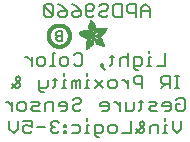
<source format=gbr>
G04 EAGLE Gerber RS-274X export*
G75*
%MOMM*%
%FSLAX34Y34*%
%LPD*%
%INSilkscreen Bottom*%
%IPPOS*%
%AMOC8*
5,1,8,0,0,1.08239X$1,22.5*%
G01*
%ADD10C,0.203200*%
%ADD11C,0.152400*%
%ADD12R,0.034300X0.003800*%
%ADD13R,0.057200X0.003800*%
%ADD14R,0.076200X0.003800*%
%ADD15R,0.091400X0.003800*%
%ADD16R,0.102900X0.003800*%
%ADD17R,0.114300X0.003900*%
%ADD18R,0.129500X0.003800*%
%ADD19R,0.137200X0.003800*%
%ADD20R,0.144800X0.003800*%
%ADD21R,0.152400X0.003800*%
%ADD22R,0.160000X0.003800*%
%ADD23R,0.171500X0.003800*%
%ADD24R,0.175300X0.003800*%
%ADD25R,0.182900X0.003800*%
%ADD26R,0.190500X0.003800*%
%ADD27R,0.194300X0.003900*%
%ADD28R,0.201900X0.003800*%
%ADD29R,0.209500X0.003800*%
%ADD30R,0.213400X0.003800*%
%ADD31R,0.221000X0.003800*%
%ADD32R,0.224800X0.003800*%
%ADD33R,0.232400X0.003800*%
%ADD34R,0.240000X0.003800*%
%ADD35R,0.243800X0.003800*%
%ADD36R,0.247600X0.003800*%
%ADD37R,0.255300X0.003900*%
%ADD38R,0.259100X0.003800*%
%ADD39R,0.262900X0.003800*%
%ADD40R,0.270500X0.003800*%
%ADD41R,0.274300X0.003800*%
%ADD42R,0.281900X0.003800*%
%ADD43R,0.285700X0.003800*%
%ADD44R,0.289500X0.003800*%
%ADD45R,0.297200X0.003800*%
%ADD46R,0.301000X0.003800*%
%ADD47R,0.304800X0.003900*%
%ADD48R,0.312400X0.003800*%
%ADD49R,0.316200X0.003800*%
%ADD50R,0.320000X0.003800*%
%ADD51R,0.327600X0.003800*%
%ADD52R,0.331500X0.003800*%
%ADD53R,0.339100X0.003800*%
%ADD54R,0.342900X0.003800*%
%ADD55R,0.346700X0.003800*%
%ADD56R,0.354300X0.003800*%
%ADD57R,0.358100X0.003900*%
%ADD58R,0.361900X0.003800*%
%ADD59R,0.369600X0.003800*%
%ADD60R,0.373400X0.003800*%
%ADD61R,0.377200X0.003800*%
%ADD62R,0.384800X0.003800*%
%ADD63R,0.388600X0.003800*%
%ADD64R,0.396200X0.003800*%
%ADD65R,0.400000X0.003800*%
%ADD66R,0.403800X0.003800*%
%ADD67R,0.411500X0.003900*%
%ADD68R,0.415300X0.003800*%
%ADD69R,0.419100X0.003800*%
%ADD70R,0.045700X0.003800*%
%ADD71R,0.426700X0.003800*%
%ADD72R,0.072400X0.003800*%
%ADD73R,0.430500X0.003800*%
%ADD74R,0.095300X0.003800*%
%ADD75R,0.438100X0.003800*%
%ADD76R,0.110500X0.003800*%
%ADD77R,0.441900X0.003800*%
%ADD78R,0.445800X0.003800*%
%ADD79R,0.144700X0.003800*%
%ADD80R,0.453400X0.003800*%
%ADD81R,0.457200X0.003800*%
%ADD82R,0.175300X0.003900*%
%ADD83R,0.461000X0.003900*%
%ADD84R,0.468600X0.003800*%
%ADD85R,0.205800X0.003800*%
%ADD86R,0.472400X0.003800*%
%ADD87R,0.217200X0.003800*%
%ADD88R,0.476200X0.003800*%
%ADD89R,0.483900X0.003800*%
%ADD90R,0.247700X0.003800*%
%ADD91R,0.487700X0.003800*%
%ADD92R,0.495300X0.003800*%
%ADD93R,0.499100X0.003800*%
%ADD94R,0.502900X0.003800*%
%ADD95R,0.510500X0.003800*%
%ADD96R,0.308600X0.003900*%
%ADD97R,0.514300X0.003900*%
%ADD98R,0.323800X0.003800*%
%ADD99R,0.518100X0.003800*%
%ADD100R,0.335300X0.003800*%
%ADD101R,0.525800X0.003800*%
%ADD102R,0.529600X0.003800*%
%ADD103R,0.358100X0.003800*%
%ADD104R,0.533400X0.003800*%
%ADD105R,0.537200X0.003800*%
%ADD106R,0.381000X0.003800*%
%ADD107R,0.544800X0.003800*%
%ADD108R,0.392400X0.003800*%
%ADD109R,0.548600X0.003800*%
%ADD110R,0.552400X0.003800*%
%ADD111R,0.556200X0.003800*%
%ADD112R,0.422900X0.003900*%
%ADD113R,0.560100X0.003900*%
%ADD114R,0.434300X0.003800*%
%ADD115R,0.563900X0.003800*%
%ADD116R,0.567700X0.003800*%
%ADD117R,0.461000X0.003800*%
%ADD118R,0.571500X0.003800*%
%ADD119R,0.575300X0.003800*%
%ADD120R,0.480100X0.003800*%
%ADD121R,0.579100X0.003800*%
%ADD122R,0.491500X0.003800*%
%ADD123R,0.582900X0.003800*%
%ADD124R,0.586700X0.003800*%
%ADD125R,0.510600X0.003800*%
%ADD126R,0.590500X0.003800*%
%ADD127R,0.522000X0.003800*%
%ADD128R,0.594300X0.003800*%
%ADD129R,0.533400X0.003900*%
%ADD130R,0.598200X0.003900*%
%ADD131R,0.541000X0.003800*%
%ADD132R,0.602000X0.003800*%
%ADD133R,0.552500X0.003800*%
%ADD134R,0.605800X0.003800*%
%ADD135R,0.560100X0.003800*%
%ADD136R,0.609600X0.003800*%
%ADD137R,0.613400X0.003800*%
%ADD138R,0.583000X0.003800*%
%ADD139R,0.617200X0.003800*%
%ADD140R,0.594400X0.003800*%
%ADD141R,0.621000X0.003800*%
%ADD142R,0.598200X0.003800*%
%ADD143R,0.624800X0.003800*%
%ADD144R,0.613500X0.003900*%
%ADD145R,0.628600X0.003900*%
%ADD146R,0.632400X0.003800*%
%ADD147R,0.628600X0.003800*%
%ADD148R,0.636300X0.003800*%
%ADD149R,0.640100X0.003800*%
%ADD150R,0.636200X0.003800*%
%ADD151R,0.643900X0.003800*%
%ADD152R,0.647700X0.003800*%
%ADD153R,0.651500X0.003800*%
%ADD154R,0.659100X0.003800*%
%ADD155R,0.659100X0.003900*%
%ADD156R,0.655300X0.003900*%
%ADD157R,0.662900X0.003800*%
%ADD158R,0.655300X0.003800*%
%ADD159R,0.670500X0.003800*%
%ADD160R,0.670600X0.003800*%
%ADD161R,0.674400X0.003800*%
%ADD162R,0.682000X0.003800*%
%ADD163R,0.666700X0.003800*%
%ADD164R,0.685800X0.003800*%
%ADD165R,0.689600X0.003800*%
%ADD166R,0.693400X0.003900*%
%ADD167R,0.674400X0.003900*%
%ADD168R,0.697200X0.003800*%
%ADD169R,0.678200X0.003800*%
%ADD170R,0.697300X0.003800*%
%ADD171R,0.701100X0.003800*%
%ADD172R,0.704900X0.003800*%
%ADD173R,0.708700X0.003800*%
%ADD174R,0.712500X0.003800*%
%ADD175R,0.716300X0.003800*%
%ADD176R,0.720100X0.003900*%
%ADD177R,0.689600X0.003900*%
%ADD178R,0.720000X0.003800*%
%ADD179R,0.693400X0.003800*%
%ADD180R,0.723900X0.003800*%
%ADD181R,0.727700X0.003800*%
%ADD182R,0.731500X0.003800*%
%ADD183R,0.701000X0.003800*%
%ADD184R,0.735300X0.003800*%
%ADD185R,0.731500X0.003900*%
%ADD186R,0.701000X0.003900*%
%ADD187R,0.704800X0.003800*%
%ADD188R,0.739100X0.003800*%
%ADD189R,0.743000X0.003800*%
%ADD190R,0.739200X0.003800*%
%ADD191R,0.743000X0.003900*%
%ADD192R,0.704800X0.003900*%
%ADD193R,0.746800X0.003800*%
%ADD194R,0.746800X0.003900*%
%ADD195R,0.742900X0.003800*%
%ADD196R,0.746700X0.003800*%
%ADD197R,0.746700X0.003900*%
%ADD198R,1.428800X0.003800*%
%ADD199R,1.424900X0.003800*%
%ADD200R,1.421100X0.003900*%
%ADD201R,1.421100X0.003800*%
%ADD202R,1.417300X0.003800*%
%ADD203R,1.413500X0.003800*%
%ADD204R,1.409700X0.003800*%
%ADD205R,1.405900X0.003800*%
%ADD206R,1.402100X0.003800*%
%ADD207R,1.398300X0.003800*%
%ADD208R,0.983000X0.003900*%
%ADD209R,0.384800X0.003900*%
%ADD210R,0.971600X0.003800*%
%ADD211R,0.963900X0.003800*%
%ADD212R,0.956300X0.003800*%
%ADD213R,0.365800X0.003800*%
%ADD214R,0.952500X0.003800*%
%ADD215R,0.941000X0.003800*%
%ADD216R,0.358200X0.003800*%
%ADD217R,0.937200X0.003800*%
%ADD218R,0.933400X0.003800*%
%ADD219R,0.354400X0.003800*%
%ADD220R,0.925800X0.003800*%
%ADD221R,0.350500X0.003800*%
%ADD222R,0.922000X0.003800*%
%ADD223R,0.918200X0.003900*%
%ADD224R,0.346700X0.003900*%
%ADD225R,0.910600X0.003800*%
%ADD226R,0.906800X0.003800*%
%ADD227R,0.903000X0.003800*%
%ADD228R,0.339000X0.003800*%
%ADD229R,0.895300X0.003800*%
%ADD230R,0.335200X0.003800*%
%ADD231R,0.887700X0.003800*%
%ADD232R,0.883900X0.003800*%
%ADD233R,0.331400X0.003800*%
%ADD234R,0.880100X0.003800*%
%ADD235R,0.876300X0.003800*%
%ADD236R,0.468600X0.003900*%
%ADD237R,0.396200X0.003900*%
%ADD238R,0.323800X0.003900*%
%ADD239R,0.449600X0.003800*%
%ADD240R,0.323900X0.003800*%
%ADD241R,0.442000X0.003800*%
%ADD242R,0.434400X0.003800*%
%ADD243R,0.320100X0.003800*%
%ADD244R,0.316300X0.003800*%
%ADD245R,0.426800X0.003800*%
%ADD246R,0.327700X0.003800*%
%ADD247R,0.312500X0.003800*%
%ADD248R,0.422900X0.003800*%
%ADD249R,0.308600X0.003800*%
%ADD250R,0.293400X0.003800*%
%ADD251R,0.304800X0.003800*%
%ADD252R,0.419100X0.003900*%
%ADD253R,0.285700X0.003900*%
%ADD254R,0.301000X0.003900*%
%ADD255R,0.411500X0.003800*%
%ADD256R,0.407700X0.003800*%
%ADD257R,0.289600X0.003800*%
%ADD258R,0.285800X0.003800*%
%ADD259R,0.403900X0.003800*%
%ADD260R,0.228600X0.003800*%
%ADD261R,0.403900X0.003900*%
%ADD262R,0.221000X0.003900*%
%ADD263R,0.278100X0.003900*%
%ADD264R,0.400100X0.003800*%
%ADD265R,0.209600X0.003800*%
%ADD266R,0.266700X0.003800*%
%ADD267R,0.038100X0.003800*%
%ADD268R,0.194300X0.003800*%
%ADD269R,0.148600X0.003800*%
%ADD270R,0.259000X0.003800*%
%ADD271R,0.182800X0.003800*%
%ADD272R,0.186700X0.003800*%
%ADD273R,0.251400X0.003800*%
%ADD274R,0.179100X0.003800*%
%ADD275R,0.236200X0.003800*%
%ADD276R,0.243900X0.003900*%
%ADD277R,0.282000X0.003900*%
%ADD278R,0.167700X0.003800*%
%ADD279R,0.236300X0.003800*%
%ADD280R,0.396300X0.003800*%
%ADD281R,0.163900X0.003800*%
%ADD282R,0.392500X0.003800*%
%ADD283R,0.160100X0.003800*%
%ADD284R,0.586800X0.003800*%
%ADD285R,0.148500X0.003800*%
%ADD286R,0.140900X0.003800*%
%ADD287R,0.392400X0.003900*%
%ADD288R,0.140900X0.003900*%
%ADD289R,0.647700X0.003900*%
%ADD290R,0.133300X0.003800*%
%ADD291R,0.674300X0.003800*%
%ADD292R,0.388700X0.003800*%
%ADD293R,0.125700X0.003800*%
%ADD294R,0.121900X0.003800*%
%ADD295R,0.720100X0.003800*%
%ADD296R,0.118100X0.003800*%
%ADD297R,0.118100X0.003900*%
%ADD298R,0.739100X0.003900*%
%ADD299R,0.114300X0.003800*%
%ADD300R,0.754400X0.003800*%
%ADD301R,0.765800X0.003800*%
%ADD302R,0.773400X0.003800*%
%ADD303R,0.784800X0.003800*%
%ADD304R,0.118200X0.003800*%
%ADD305R,0.792500X0.003800*%
%ADD306R,0.803900X0.003800*%
%ADD307R,0.122000X0.003800*%
%ADD308R,0.815400X0.003800*%
%ADD309R,0.125800X0.003800*%
%ADD310R,0.826800X0.003800*%
%ADD311R,0.369500X0.003900*%
%ADD312R,0.133400X0.003900*%
%ADD313R,0.842000X0.003900*%
%ADD314R,0.365700X0.003800*%
%ADD315R,1.009700X0.003800*%
%ADD316R,1.013500X0.003800*%
%ADD317R,0.362000X0.003800*%
%ADD318R,1.024900X0.003800*%
%ADD319R,1.028700X0.003800*%
%ADD320R,1.036300X0.003800*%
%ADD321R,1.047800X0.003800*%
%ADD322R,1.055400X0.003800*%
%ADD323R,1.070600X0.003800*%
%ADD324R,0.030500X0.003800*%
%ADD325R,1.436400X0.003800*%
%ADD326R,1.562100X0.003900*%
%ADD327R,1.588700X0.003800*%
%ADD328R,1.607800X0.003800*%
%ADD329R,1.626900X0.003800*%
%ADD330R,1.642100X0.003800*%
%ADD331R,1.657400X0.003800*%
%ADD332R,1.676400X0.003800*%
%ADD333R,1.687800X0.003800*%
%ADD334R,1.703000X0.003800*%
%ADD335R,1.714500X0.003800*%
%ADD336R,1.726000X0.003900*%
%ADD337R,1.741200X0.003800*%
%ADD338R,0.914400X0.003800*%
%ADD339R,0.769600X0.003800*%
%ADD340R,0.884000X0.003800*%
%ADD341R,0.712400X0.003800*%
%ADD342R,0.880100X0.003900*%
%ADD343R,0.887800X0.003800*%
%ADD344R,0.891600X0.003800*%
%ADD345R,0.895400X0.003800*%
%ADD346R,0.251500X0.003800*%
%ADD347R,0.579200X0.003900*%
%ADD348R,0.243900X0.003800*%
%ADD349R,0.556300X0.003800*%
%ADD350R,0.255200X0.003800*%
%ADD351R,0.529500X0.003800*%
%ADD352R,0.731600X0.003800*%
%ADD353R,0.525800X0.003900*%
%ADD354R,0.281900X0.003900*%
%ADD355R,0.735400X0.003900*%
%ADD356R,0.300900X0.003800*%
%ADD357R,0.762000X0.003800*%
%ADD358R,0.518200X0.003800*%
%ADD359R,0.350600X0.003800*%
%ADD360R,0.796300X0.003800*%
%ADD361R,0.807800X0.003800*%
%ADD362R,0.506700X0.003800*%
%ADD363R,0.849600X0.003800*%
%ADD364R,0.506700X0.003900*%
%ADD365R,1.371600X0.003900*%
%ADD366R,1.207800X0.003800*%
%ADD367R,0.503000X0.003800*%
%ADD368R,0.141000X0.003800*%
%ADD369R,1.203900X0.003800*%
%ADD370R,1.204000X0.003800*%
%ADD371R,1.200200X0.003800*%
%ADD372R,0.499100X0.003900*%
%ADD373R,0.156200X0.003900*%
%ADD374R,1.196400X0.003900*%
%ADD375R,1.196400X0.003800*%
%ADD376R,0.163800X0.003800*%
%ADD377R,0.167600X0.003800*%
%ADD378R,1.192500X0.003800*%
%ADD379R,0.499200X0.003800*%
%ADD380R,1.188700X0.003800*%
%ADD381R,0.506800X0.003800*%
%ADD382R,1.184900X0.003800*%
%ADD383R,0.510600X0.003900*%
%ADD384R,0.209600X0.003900*%
%ADD385R,1.181100X0.003900*%
%ADD386R,0.514400X0.003800*%
%ADD387R,1.181100X0.003800*%
%ADD388R,1.177300X0.003800*%
%ADD389R,0.240100X0.003800*%
%ADD390R,1.173500X0.003800*%
%ADD391R,1.169700X0.003800*%
%ADD392R,1.165900X0.003800*%
%ADD393R,1.162100X0.003800*%
%ADD394R,0.929700X0.003900*%
%ADD395R,1.162100X0.003900*%
%ADD396R,0.929700X0.003800*%
%ADD397R,1.154500X0.003800*%
%ADD398R,0.933500X0.003800*%
%ADD399R,1.150600X0.003800*%
%ADD400R,0.937300X0.003800*%
%ADD401R,1.146800X0.003800*%
%ADD402R,0.941100X0.003800*%
%ADD403R,1.139200X0.003800*%
%ADD404R,0.944900X0.003800*%
%ADD405R,1.135400X0.003800*%
%ADD406R,0.948700X0.003800*%
%ADD407R,1.127800X0.003800*%
%ADD408R,1.124000X0.003800*%
%ADD409R,1.116400X0.003800*%
%ADD410R,0.956300X0.003900*%
%ADD411R,1.104900X0.003900*%
%ADD412R,0.960100X0.003800*%
%ADD413R,1.093500X0.003800*%
%ADD414R,1.085900X0.003800*%
%ADD415R,0.967800X0.003800*%
%ADD416R,1.074500X0.003800*%
%ADD417R,1.063000X0.003800*%
%ADD418R,0.975400X0.003800*%
%ADD419R,1.036400X0.003800*%
%ADD420R,0.979200X0.003800*%
%ADD421R,1.021000X0.003800*%
%ADD422R,0.983000X0.003800*%
%ADD423R,1.009600X0.003800*%
%ADD424R,0.986800X0.003800*%
%ADD425R,0.998200X0.003800*%
%ADD426R,0.990600X0.003900*%
%ADD427R,0.986700X0.003900*%
%ADD428R,0.994400X0.003800*%
%ADD429R,0.975300X0.003800*%
%ADD430R,0.948600X0.003800*%
%ADD431R,1.002000X0.003800*%
%ADD432R,0.213300X0.003800*%
%ADD433R,0.217100X0.003800*%
%ADD434R,1.017300X0.003800*%
%ADD435R,0.666800X0.003800*%
%ADD436R,0.220900X0.003800*%
%ADD437R,1.028700X0.003900*%
%ADD438R,0.224700X0.003900*%
%ADD439R,1.032500X0.003800*%
%ADD440R,1.040100X0.003800*%
%ADD441R,1.043900X0.003800*%
%ADD442R,0.548700X0.003800*%
%ADD443R,1.051500X0.003800*%
%ADD444R,1.055300X0.003800*%
%ADD445R,1.059100X0.003800*%
%ADD446R,1.062900X0.003800*%
%ADD447R,0.255300X0.003800*%
%ADD448R,1.066800X0.003900*%
%ADD449R,0.259100X0.003900*%
%ADD450R,0.457200X0.003900*%
%ADD451R,0.423000X0.003800*%
%ADD452R,1.082100X0.003800*%
%ADD453R,0.274400X0.003800*%
%ADD454R,0.278200X0.003800*%
%ADD455R,1.101100X0.003800*%
%ADD456R,0.278100X0.003800*%
%ADD457R,0.876300X0.003900*%
%ADD458R,0.236200X0.003900*%
%ADD459R,0.289600X0.003900*%
%ADD460R,0.247700X0.003900*%
%ADD461R,0.049500X0.003800*%
%ADD462R,0.640100X0.003900*%
%ADD463R,0.659200X0.003800*%
%ADD464R,0.663000X0.003800*%
%ADD465R,0.872500X0.003900*%
%ADD466R,0.666800X0.003900*%
%ADD467R,0.872500X0.003800*%
%ADD468R,0.868700X0.003800*%
%ADD469R,0.864900X0.003800*%
%ADD470R,0.861100X0.003800*%
%ADD471R,0.857300X0.003800*%
%ADD472R,0.853400X0.003800*%
%ADD473R,0.845800X0.003800*%
%ADD474R,0.682000X0.003900*%
%ADD475R,0.842000X0.003800*%
%ADD476R,0.834400X0.003800*%
%ADD477R,0.823000X0.003800*%
%ADD478R,0.815300X0.003800*%
%ADD479R,0.811500X0.003800*%
%ADD480R,0.788700X0.003800*%
%ADD481R,0.777300X0.003900*%
%ADD482R,0.750600X0.003800*%
%ADD483R,0.735400X0.003800*%
%ADD484R,0.727800X0.003800*%
%ADD485R,0.628700X0.003800*%
%ADD486R,0.575400X0.003800*%
%ADD487R,0.670600X0.003900*%
%ADD488R,0.655400X0.003800*%
%ADD489R,0.651500X0.003900*%
%ADD490R,0.624800X0.003900*%
%ADD491R,0.594400X0.003900*%
%ADD492R,0.563900X0.003900*%
%ADD493R,0.541100X0.003800*%
%ADD494R,0.537300X0.003800*%
%ADD495R,0.525700X0.003800*%
%ADD496R,0.525700X0.003900*%
%ADD497R,0.514300X0.003800*%
%ADD498R,0.480100X0.003900*%
%ADD499R,0.464800X0.003800*%
%ADD500R,0.442000X0.003900*%
%ADD501R,0.438200X0.003800*%
%ADD502R,0.430600X0.003800*%
%ADD503R,0.407600X0.003800*%
%ADD504R,0.403800X0.003900*%
%ADD505R,0.365700X0.003900*%
%ADD506R,0.327700X0.003900*%
%ADD507R,0.243800X0.003900*%
%ADD508R,0.205800X0.003900*%
%ADD509R,0.198100X0.003800*%
%ADD510R,0.163800X0.003900*%
%ADD511R,0.137100X0.003800*%
%ADD512R,0.091500X0.003900*%
%ADD513R,0.060900X0.003800*%
%ADD514C,0.304800*%


D10*
X149277Y132978D02*
X149277Y122301D01*
X142159Y122301D01*
X137584Y129419D02*
X135804Y129419D01*
X135804Y122301D01*
X137584Y122301D02*
X134024Y122301D01*
X135804Y132978D02*
X135804Y134758D01*
X126229Y118742D02*
X124449Y118742D01*
X122669Y120522D01*
X122669Y129419D01*
X128008Y129419D01*
X129788Y127640D01*
X129788Y124081D01*
X128008Y122301D01*
X122669Y122301D01*
X118094Y122301D02*
X118094Y132978D01*
X116314Y129419D02*
X118094Y127640D01*
X116314Y129419D02*
X112755Y129419D01*
X110976Y127640D01*
X110976Y122301D01*
X104620Y124081D02*
X104620Y131199D01*
X104620Y124081D02*
X102841Y122301D01*
X102841Y129419D02*
X106400Y129419D01*
X98604Y118742D02*
X95045Y122301D01*
X95045Y124081D01*
X96824Y124081D01*
X96824Y122301D01*
X95045Y122301D01*
X73775Y132978D02*
X71996Y131199D01*
X73775Y132978D02*
X77334Y132978D01*
X79114Y131199D01*
X79114Y124081D01*
X77334Y122301D01*
X73775Y122301D01*
X71996Y124081D01*
X65640Y122301D02*
X62081Y122301D01*
X60302Y124081D01*
X60302Y127640D01*
X62081Y129419D01*
X65640Y129419D01*
X67420Y127640D01*
X67420Y124081D01*
X65640Y122301D01*
X55726Y132978D02*
X53946Y132978D01*
X53946Y122301D01*
X52167Y122301D02*
X55726Y122301D01*
X46150Y122301D02*
X42591Y122301D01*
X40812Y124081D01*
X40812Y127640D01*
X42591Y129419D01*
X46150Y129419D01*
X47930Y127640D01*
X47930Y124081D01*
X46150Y122301D01*
X36236Y122301D02*
X36236Y129419D01*
X36236Y125860D02*
X32677Y129419D01*
X30897Y129419D01*
X157412Y103251D02*
X160971Y103251D01*
X159192Y103251D02*
X159192Y113928D01*
X160971Y113928D02*
X157412Y113928D01*
X153175Y113928D02*
X153175Y103251D01*
X153175Y113928D02*
X147837Y113928D01*
X146057Y112149D01*
X146057Y108590D01*
X147837Y106810D01*
X153175Y106810D01*
X149616Y106810D02*
X146057Y103251D01*
X129788Y103251D02*
X129788Y113928D01*
X124449Y113928D01*
X122669Y112149D01*
X122669Y108590D01*
X124449Y106810D01*
X129788Y106810D01*
X118094Y103251D02*
X118094Y110369D01*
X118094Y106810D02*
X114535Y110369D01*
X112755Y110369D01*
X106569Y103251D02*
X103010Y103251D01*
X101231Y105031D01*
X101231Y108590D01*
X103010Y110369D01*
X106569Y110369D01*
X108349Y108590D01*
X108349Y105031D01*
X106569Y103251D01*
X96655Y110369D02*
X89537Y103251D01*
X96655Y103251D02*
X89537Y110369D01*
X84961Y110369D02*
X83181Y110369D01*
X83181Y103251D01*
X81402Y103251D02*
X84961Y103251D01*
X83181Y113928D02*
X83181Y115708D01*
X77165Y110369D02*
X77165Y103251D01*
X77165Y110369D02*
X75385Y110369D01*
X73606Y108590D01*
X73606Y103251D01*
X73606Y108590D02*
X71826Y110369D01*
X70047Y108590D01*
X70047Y103251D01*
X65471Y110369D02*
X63691Y110369D01*
X63691Y103251D01*
X61912Y103251D02*
X65471Y103251D01*
X63691Y113928D02*
X63691Y115708D01*
X55895Y112149D02*
X55895Y105031D01*
X54116Y103251D01*
X54116Y110369D02*
X57675Y110369D01*
X49879Y110369D02*
X49879Y105031D01*
X48099Y103251D01*
X42761Y103251D01*
X42761Y101472D02*
X42761Y110369D01*
X42761Y101472D02*
X44540Y99692D01*
X46320Y99692D01*
X22932Y103251D02*
X19373Y106810D01*
X22932Y103251D02*
X24711Y103251D01*
X26491Y105031D01*
X26491Y106810D01*
X22932Y110369D01*
X22932Y112149D01*
X24711Y113928D01*
X26491Y112149D01*
X26491Y110369D01*
X19373Y103251D01*
X158726Y93099D02*
X160505Y94878D01*
X164064Y94878D01*
X165844Y93099D01*
X165844Y85981D01*
X164064Y84201D01*
X160505Y84201D01*
X158726Y85981D01*
X158726Y89540D01*
X162285Y89540D01*
X152370Y84201D02*
X148811Y84201D01*
X152370Y84201D02*
X154150Y85981D01*
X154150Y89540D01*
X152370Y91319D01*
X148811Y91319D01*
X147032Y89540D01*
X147032Y87760D01*
X154150Y87760D01*
X142456Y84201D02*
X137117Y84201D01*
X135338Y85981D01*
X137117Y87760D01*
X140677Y87760D01*
X142456Y89540D01*
X140677Y91319D01*
X135338Y91319D01*
X128983Y93099D02*
X128983Y85981D01*
X127203Y84201D01*
X127203Y91319D02*
X130762Y91319D01*
X122966Y91319D02*
X122966Y85981D01*
X121187Y84201D01*
X115848Y84201D01*
X115848Y91319D01*
X111272Y91319D02*
X111272Y84201D01*
X111272Y87760D02*
X107713Y91319D01*
X105934Y91319D01*
X99748Y84201D02*
X96189Y84201D01*
X99748Y84201D02*
X101527Y85981D01*
X101527Y89540D01*
X99748Y91319D01*
X96189Y91319D01*
X94409Y89540D01*
X94409Y87760D01*
X101527Y87760D01*
X72801Y94878D02*
X71021Y93099D01*
X72801Y94878D02*
X76360Y94878D01*
X78139Y93099D01*
X78139Y91319D01*
X76360Y89540D01*
X72801Y89540D01*
X71021Y87760D01*
X71021Y85981D01*
X72801Y84201D01*
X76360Y84201D01*
X78139Y85981D01*
X64666Y84201D02*
X61107Y84201D01*
X64666Y84201D02*
X66445Y85981D01*
X66445Y89540D01*
X64666Y91319D01*
X61107Y91319D01*
X59327Y89540D01*
X59327Y87760D01*
X66445Y87760D01*
X54751Y84201D02*
X54751Y91319D01*
X49413Y91319D01*
X47633Y89540D01*
X47633Y84201D01*
X43057Y84201D02*
X37719Y84201D01*
X35939Y85981D01*
X37719Y87760D01*
X41278Y87760D01*
X43057Y89540D01*
X41278Y91319D01*
X35939Y91319D01*
X29584Y84201D02*
X26025Y84201D01*
X24245Y85981D01*
X24245Y89540D01*
X26025Y91319D01*
X29584Y91319D01*
X31363Y89540D01*
X31363Y85981D01*
X29584Y84201D01*
X19669Y84201D02*
X19669Y91319D01*
X19669Y87760D02*
X16110Y91319D01*
X14331Y91319D01*
X162920Y75828D02*
X162920Y68710D01*
X159361Y65151D01*
X155802Y68710D01*
X155802Y75828D01*
X151226Y72269D02*
X149447Y72269D01*
X149447Y65151D01*
X151226Y65151D02*
X147667Y65151D01*
X149447Y75828D02*
X149447Y77608D01*
X143431Y72269D02*
X143431Y65151D01*
X143431Y72269D02*
X138092Y72269D01*
X136312Y70490D01*
X136312Y65151D01*
X128178Y65151D02*
X124618Y68710D01*
X128178Y65151D02*
X129957Y65151D01*
X131737Y66931D01*
X131737Y68710D01*
X128178Y72269D01*
X128178Y74049D01*
X129957Y75828D01*
X131737Y74049D01*
X131737Y72269D01*
X124618Y65151D01*
X120043Y65151D02*
X120043Y75828D01*
X120043Y65151D02*
X112925Y65151D01*
X106569Y65151D02*
X103010Y65151D01*
X101231Y66931D01*
X101231Y70490D01*
X103010Y72269D01*
X106569Y72269D01*
X108349Y70490D01*
X108349Y66931D01*
X106569Y65151D01*
X93096Y61592D02*
X91316Y61592D01*
X89537Y63372D01*
X89537Y72269D01*
X94875Y72269D01*
X96655Y70490D01*
X96655Y66931D01*
X94875Y65151D01*
X89537Y65151D01*
X84961Y72269D02*
X83181Y72269D01*
X83181Y65151D01*
X81402Y65151D02*
X84961Y65151D01*
X83181Y75828D02*
X83181Y77608D01*
X75385Y72269D02*
X70047Y72269D01*
X75385Y72269D02*
X77165Y70490D01*
X77165Y66931D01*
X75385Y65151D01*
X70047Y65151D01*
X65471Y72269D02*
X63691Y72269D01*
X63691Y70490D01*
X65471Y70490D01*
X65471Y72269D01*
X65471Y66931D02*
X63691Y66931D01*
X63691Y65151D01*
X65471Y65151D01*
X65471Y66931D01*
X59624Y74049D02*
X57844Y75828D01*
X54285Y75828D01*
X52506Y74049D01*
X52506Y72269D01*
X54285Y70490D01*
X56065Y70490D01*
X54285Y70490D02*
X52506Y68710D01*
X52506Y66931D01*
X54285Y65151D01*
X57844Y65151D01*
X59624Y66931D01*
X47930Y70490D02*
X40812Y70490D01*
X36236Y75828D02*
X29118Y75828D01*
X36236Y75828D02*
X36236Y70490D01*
X32677Y72269D01*
X30897Y72269D01*
X29118Y70490D01*
X29118Y66931D01*
X30897Y65151D01*
X34456Y65151D01*
X36236Y66931D01*
X24542Y68710D02*
X24542Y75828D01*
X24542Y68710D02*
X20983Y65151D01*
X17424Y68710D01*
X17424Y75828D01*
D11*
X136184Y163322D02*
X136184Y170779D01*
X132455Y174508D01*
X128727Y170779D01*
X128727Y163322D01*
X128727Y168915D02*
X136184Y168915D01*
X124490Y163322D02*
X124490Y174508D01*
X118897Y174508D01*
X117033Y172643D01*
X117033Y168915D01*
X118897Y167051D01*
X124490Y167051D01*
X112796Y163322D02*
X112796Y174508D01*
X112796Y163322D02*
X107203Y163322D01*
X105339Y165186D01*
X105339Y172643D01*
X107203Y174508D01*
X112796Y174508D01*
X95509Y174508D02*
X93645Y172643D01*
X95509Y174508D02*
X99238Y174508D01*
X101102Y172643D01*
X101102Y170779D01*
X99238Y168915D01*
X95509Y168915D01*
X93645Y167051D01*
X93645Y165186D01*
X95509Y163322D01*
X99238Y163322D01*
X101102Y165186D01*
X89408Y165186D02*
X87544Y163322D01*
X83815Y163322D01*
X81951Y165186D01*
X81951Y172643D01*
X83815Y174508D01*
X87544Y174508D01*
X89408Y172643D01*
X89408Y170779D01*
X87544Y168915D01*
X81951Y168915D01*
X73986Y172643D02*
X70257Y174508D01*
X73986Y172643D02*
X77714Y168915D01*
X77714Y165186D01*
X75850Y163322D01*
X72121Y163322D01*
X70257Y165186D01*
X70257Y167051D01*
X72121Y168915D01*
X77714Y168915D01*
X62292Y172643D02*
X58563Y174508D01*
X62292Y172643D02*
X66020Y168915D01*
X66020Y165186D01*
X64156Y163322D01*
X60427Y163322D01*
X58563Y165186D01*
X58563Y167051D01*
X60427Y168915D01*
X66020Y168915D01*
X54326Y172643D02*
X54326Y165186D01*
X54326Y172643D02*
X52462Y174508D01*
X48733Y174508D01*
X46869Y172643D01*
X46869Y165186D01*
X48733Y163322D01*
X52462Y163322D01*
X54326Y165186D01*
X46869Y172643D01*
D12*
X83262Y135890D03*
D13*
X83261Y135928D03*
D14*
X83280Y135966D03*
D15*
X83280Y136004D03*
D16*
X83262Y136042D03*
D17*
X83281Y136081D03*
D18*
X83281Y136119D03*
D19*
X83280Y136157D03*
D20*
X83280Y136195D03*
D21*
X83318Y136233D03*
D22*
X83318Y136271D03*
D23*
X83338Y136309D03*
D24*
X83357Y136347D03*
D25*
X83357Y136385D03*
D26*
X83395Y136423D03*
D27*
X83414Y136462D03*
D28*
X83414Y136500D03*
D29*
X83452Y136538D03*
D30*
X83471Y136576D03*
D31*
X83509Y136614D03*
D32*
X83528Y136652D03*
D33*
X83528Y136690D03*
D34*
X83566Y136728D03*
D35*
X83585Y136766D03*
D36*
X83604Y136804D03*
D37*
X83643Y136843D03*
D38*
X83662Y136881D03*
D39*
X83681Y136919D03*
D40*
X83719Y136957D03*
D41*
X83738Y136995D03*
D42*
X83776Y137033D03*
D43*
X83795Y137071D03*
D44*
X83814Y137109D03*
D45*
X83852Y137147D03*
D46*
X83871Y137185D03*
D47*
X83890Y137224D03*
D48*
X83928Y137262D03*
D49*
X83947Y137300D03*
D50*
X83966Y137338D03*
D51*
X84004Y137376D03*
D52*
X84024Y137414D03*
D53*
X84062Y137452D03*
D54*
X84081Y137490D03*
D55*
X84100Y137528D03*
D56*
X84138Y137566D03*
D57*
X84157Y137605D03*
D58*
X84176Y137643D03*
D59*
X84214Y137681D03*
D60*
X84233Y137719D03*
D61*
X84252Y137757D03*
D62*
X84290Y137795D03*
D63*
X84309Y137833D03*
D64*
X84347Y137871D03*
D65*
X84366Y137909D03*
D66*
X84385Y137947D03*
D67*
X84424Y137986D03*
D68*
X84443Y138024D03*
D69*
X84462Y138062D03*
D70*
X97225Y138100D03*
D71*
X84500Y138100D03*
D72*
X97206Y138138D03*
D73*
X84519Y138138D03*
D74*
X97168Y138176D03*
D75*
X84557Y138176D03*
D76*
X97130Y138214D03*
D77*
X84576Y138214D03*
D18*
X97111Y138252D03*
D78*
X84595Y138252D03*
D79*
X97073Y138290D03*
D80*
X84633Y138290D03*
D22*
X97034Y138328D03*
D81*
X84652Y138328D03*
D82*
X96997Y138367D03*
D83*
X84671Y138367D03*
D26*
X96959Y138405D03*
D84*
X84709Y138405D03*
D85*
X96920Y138443D03*
D86*
X84728Y138443D03*
D87*
X96863Y138481D03*
D88*
X84747Y138481D03*
D33*
X96825Y138519D03*
D89*
X84786Y138519D03*
D90*
X96787Y138557D03*
D91*
X84805Y138557D03*
D38*
X96730Y138595D03*
D92*
X84843Y138595D03*
D41*
X96692Y138633D03*
D93*
X84862Y138633D03*
D43*
X96635Y138671D03*
D94*
X84881Y138671D03*
D45*
X96577Y138709D03*
D95*
X84919Y138709D03*
D96*
X96520Y138748D03*
D97*
X84938Y138748D03*
D98*
X96482Y138786D03*
D99*
X84957Y138786D03*
D100*
X96425Y138824D03*
D101*
X84995Y138824D03*
D55*
X96368Y138862D03*
D102*
X85014Y138862D03*
D103*
X96311Y138900D03*
D104*
X85033Y138900D03*
D59*
X96253Y138938D03*
D105*
X85052Y138938D03*
D106*
X96196Y138976D03*
D107*
X85090Y138976D03*
D108*
X96139Y139014D03*
D109*
X85109Y139014D03*
D66*
X96082Y139052D03*
D110*
X85128Y139052D03*
D68*
X96025Y139090D03*
D111*
X85147Y139090D03*
D112*
X95949Y139129D03*
D113*
X85167Y139129D03*
D114*
X95892Y139167D03*
D115*
X85186Y139167D03*
D78*
X95834Y139205D03*
D116*
X85205Y139205D03*
D117*
X95758Y139243D03*
D118*
X85224Y139243D03*
D86*
X95701Y139281D03*
D119*
X85243Y139281D03*
D120*
X95625Y139319D03*
D121*
X85262Y139319D03*
D122*
X95568Y139357D03*
D123*
X85281Y139357D03*
D94*
X95511Y139395D03*
D124*
X85300Y139395D03*
D125*
X95434Y139433D03*
D126*
X85319Y139433D03*
D127*
X95377Y139471D03*
D128*
X85338Y139471D03*
D129*
X95320Y139510D03*
D130*
X85357Y139510D03*
D131*
X95244Y139548D03*
D132*
X85376Y139548D03*
D133*
X95187Y139586D03*
D134*
X85395Y139586D03*
D135*
X95149Y139624D03*
D134*
X85395Y139624D03*
D118*
X95092Y139662D03*
D136*
X85414Y139662D03*
D119*
X95035Y139700D03*
D137*
X85433Y139700D03*
D138*
X94996Y139738D03*
D139*
X85452Y139738D03*
D140*
X94939Y139776D03*
D141*
X85471Y139776D03*
D142*
X94882Y139814D03*
D141*
X85471Y139814D03*
D134*
X94844Y139852D03*
D143*
X85490Y139852D03*
D144*
X94806Y139891D03*
D145*
X85509Y139891D03*
D137*
X94767Y139929D03*
D146*
X85528Y139929D03*
D141*
X94729Y139967D03*
D146*
X85528Y139967D03*
D147*
X94691Y140005D03*
D148*
X85548Y140005D03*
D146*
X94634Y140043D03*
D149*
X85567Y140043D03*
D150*
X94615Y140081D03*
D151*
X85586Y140081D03*
X94577Y140119D03*
X85586Y140119D03*
D152*
X94520Y140157D03*
X85605Y140157D03*
D153*
X94501Y140195D03*
X85624Y140195D03*
D154*
X94463Y140233D03*
D153*
X85624Y140233D03*
D155*
X94425Y140272D03*
D156*
X85643Y140272D03*
D157*
X94406Y140310D03*
D158*
X85643Y140310D03*
D159*
X94368Y140348D03*
D154*
X85662Y140348D03*
D160*
X94329Y140386D03*
D157*
X85681Y140386D03*
D161*
X94310Y140424D03*
D157*
X85681Y140424D03*
D162*
X94272Y140462D03*
D163*
X85700Y140462D03*
D162*
X94234Y140500D03*
D163*
X85700Y140500D03*
D164*
X94215Y140538D03*
D159*
X85719Y140538D03*
D165*
X94196Y140576D03*
D159*
X85719Y140576D03*
D165*
X94158Y140614D03*
D161*
X85738Y140614D03*
D166*
X94139Y140653D03*
D167*
X85738Y140653D03*
D168*
X94120Y140691D03*
D169*
X85757Y140691D03*
D170*
X94082Y140729D03*
D169*
X85757Y140729D03*
D171*
X94063Y140767D03*
D169*
X85757Y140767D03*
D172*
X94044Y140805D03*
D162*
X85776Y140805D03*
D172*
X94006Y140843D03*
D162*
X85776Y140843D03*
D173*
X93987Y140881D03*
D164*
X85795Y140881D03*
D174*
X93968Y140919D03*
D164*
X85795Y140919D03*
D174*
X93930Y140957D03*
D164*
X85795Y140957D03*
D175*
X93911Y140995D03*
D165*
X85814Y140995D03*
D176*
X93892Y141034D03*
D177*
X85814Y141034D03*
D178*
X93853Y141072D03*
D179*
X85833Y141072D03*
D180*
X93834Y141110D03*
D179*
X85833Y141110D03*
D180*
X93834Y141148D03*
D179*
X85833Y141148D03*
D180*
X93796Y141186D03*
D179*
X85833Y141186D03*
D181*
X93777Y141224D03*
D168*
X85852Y141224D03*
D182*
X93758Y141262D03*
D168*
X85852Y141262D03*
D181*
X93739Y141300D03*
D168*
X85852Y141300D03*
D182*
X93720Y141338D03*
D183*
X85871Y141338D03*
D184*
X93701Y141376D03*
D183*
X85871Y141376D03*
D185*
X93682Y141415D03*
D186*
X85871Y141415D03*
D184*
X93663Y141453D03*
D183*
X85871Y141453D03*
D184*
X93663Y141491D03*
D187*
X85890Y141491D03*
D184*
X93625Y141529D03*
D183*
X85909Y141529D03*
D188*
X93606Y141567D03*
D183*
X85909Y141567D03*
D188*
X93606Y141605D03*
D183*
X85909Y141605D03*
D188*
X93568Y141643D03*
D183*
X85909Y141643D03*
D188*
X93568Y141681D03*
D183*
X85909Y141681D03*
D189*
X93548Y141719D03*
D187*
X85928Y141719D03*
D190*
X93529Y141757D03*
D187*
X85928Y141757D03*
D191*
X93510Y141796D03*
D192*
X85928Y141796D03*
D189*
X93510Y141834D03*
D187*
X85928Y141834D03*
D189*
X93472Y141872D03*
D187*
X85928Y141872D03*
D189*
X93472Y141910D03*
D187*
X85928Y141910D03*
D189*
X93472Y141948D03*
D187*
X85928Y141948D03*
D189*
X93434Y141986D03*
D183*
X85947Y141986D03*
D189*
X93434Y142024D03*
D183*
X85947Y142024D03*
D193*
X93415Y142062D03*
D183*
X85947Y142062D03*
D189*
X93396Y142100D03*
D183*
X85947Y142100D03*
D189*
X93396Y142138D03*
D183*
X85947Y142138D03*
D194*
X93377Y142177D03*
D186*
X85947Y142177D03*
D195*
X93358Y142215D03*
D183*
X85947Y142215D03*
D195*
X93358Y142253D03*
D168*
X85966Y142253D03*
D196*
X93339Y142291D03*
D168*
X85966Y142291D03*
D195*
X93320Y142329D03*
D168*
X85966Y142329D03*
D195*
X93320Y142367D03*
D168*
X85966Y142367D03*
D195*
X93320Y142405D03*
D168*
X85966Y142405D03*
D196*
X93301Y142443D03*
D179*
X85985Y142443D03*
D195*
X93282Y142481D03*
D179*
X85985Y142481D03*
D195*
X93282Y142519D03*
D179*
X85985Y142519D03*
D197*
X93263Y142558D03*
D166*
X85985Y142558D03*
D195*
X93244Y142596D03*
D165*
X86004Y142596D03*
D195*
X93244Y142634D03*
D165*
X86004Y142634D03*
D196*
X93225Y142672D03*
D165*
X86004Y142672D03*
D195*
X93206Y142710D03*
D165*
X86004Y142710D03*
D195*
X93206Y142748D03*
D164*
X86023Y142748D03*
D195*
X93206Y142786D03*
D164*
X86023Y142786D03*
D198*
X89738Y142824D03*
X89738Y142862D03*
D199*
X89758Y142900D03*
D200*
X89739Y142939D03*
D201*
X89739Y142977D03*
D202*
X89758Y143015D03*
D203*
X89739Y143053D03*
X89739Y143091D03*
D204*
X89758Y143129D03*
D205*
X89739Y143167D03*
X89739Y143205D03*
D206*
X89758Y143243D03*
D207*
X89739Y143281D03*
D208*
X91815Y143320D03*
D209*
X84709Y143320D03*
D210*
X91872Y143358D03*
D61*
X84671Y143358D03*
D211*
X91872Y143396D03*
D60*
X84652Y143396D03*
D212*
X91910Y143434D03*
D213*
X84652Y143434D03*
D214*
X91929Y143472D03*
D213*
X84652Y143472D03*
D215*
X91948Y143510D03*
D216*
X84652Y143510D03*
D217*
X91967Y143548D03*
D216*
X84652Y143548D03*
D218*
X91986Y143586D03*
D219*
X84671Y143586D03*
D220*
X91986Y143624D03*
D221*
X84652Y143624D03*
D222*
X92005Y143662D03*
D55*
X84671Y143662D03*
D223*
X92024Y143701D03*
D224*
X84671Y143701D03*
D225*
X92024Y143739D03*
D54*
X84690Y143739D03*
D226*
X92043Y143777D03*
D54*
X84690Y143777D03*
D227*
X92062Y143815D03*
D228*
X84709Y143815D03*
D229*
X92063Y143853D03*
D228*
X84709Y143853D03*
D229*
X92063Y143891D03*
D230*
X84728Y143891D03*
D231*
X92063Y143929D03*
D230*
X84728Y143929D03*
D232*
X92082Y143967D03*
D233*
X84747Y143967D03*
D234*
X92101Y144005D03*
D51*
X84766Y144005D03*
D235*
X92082Y144043D03*
D51*
X84766Y144043D03*
D236*
X94120Y144082D03*
D237*
X89719Y144082D03*
D238*
X84785Y144082D03*
D239*
X94177Y144120D03*
D59*
X89624Y144120D03*
D240*
X84824Y144120D03*
D241*
X94215Y144158D03*
D103*
X89567Y144158D03*
D240*
X84824Y144158D03*
D242*
X94215Y144196D03*
D55*
X89548Y144196D03*
D243*
X84843Y144196D03*
D242*
X94215Y144234D03*
D100*
X89529Y144234D03*
D244*
X84862Y144234D03*
D245*
X94215Y144272D03*
D246*
X89491Y144272D03*
D247*
X84881Y144272D03*
D245*
X94215Y144310D03*
D244*
X89472Y144310D03*
D247*
X84881Y144310D03*
D248*
X94196Y144348D03*
D249*
X89433Y144348D03*
D247*
X84919Y144348D03*
D248*
X94196Y144386D03*
D46*
X89433Y144386D03*
D249*
X84938Y144386D03*
D69*
X94177Y144424D03*
D250*
X89395Y144424D03*
D251*
X84957Y144424D03*
D252*
X94177Y144463D03*
D253*
X89396Y144463D03*
D254*
X84976Y144463D03*
D68*
X94158Y144501D03*
D41*
X89377Y144501D03*
D46*
X85014Y144501D03*
D68*
X94158Y144539D03*
D40*
X89358Y144539D03*
D45*
X85033Y144539D03*
D255*
X94139Y144577D03*
D39*
X89358Y144577D03*
D250*
X85052Y144577D03*
D255*
X94139Y144615D03*
D38*
X89339Y144615D03*
D250*
X85090Y144615D03*
D256*
X94120Y144653D03*
D36*
X89319Y144653D03*
D257*
X85109Y144653D03*
D256*
X94082Y144691D03*
D35*
X89300Y144691D03*
D258*
X85128Y144691D03*
D256*
X94082Y144729D03*
D34*
X89281Y144729D03*
D258*
X85166Y144729D03*
D259*
X94063Y144767D03*
D33*
X89281Y144767D03*
D42*
X85186Y144767D03*
D256*
X94044Y144805D03*
D260*
X89262Y144805D03*
D42*
X85224Y144805D03*
D261*
X94025Y144844D03*
D262*
X89262Y144844D03*
D263*
X85243Y144844D03*
D264*
X94006Y144882D03*
D87*
X89243Y144882D03*
D40*
X85281Y144882D03*
D259*
X93987Y144920D03*
D265*
X89243Y144920D03*
D40*
X85319Y144920D03*
D264*
X93968Y144958D03*
D85*
X89224Y144958D03*
D266*
X85338Y144958D03*
D267*
X82862Y144958D03*
D65*
X93929Y144996D03*
D28*
X89205Y144996D03*
D39*
X85395Y144996D03*
D76*
X82843Y144996D03*
D65*
X93929Y145034D03*
D268*
X89205Y145034D03*
D38*
X85414Y145034D03*
D269*
X82842Y145034D03*
D65*
X93891Y145072D03*
D26*
X89186Y145072D03*
D270*
X85452Y145072D03*
D271*
X82823Y145072D03*
D64*
X93872Y145110D03*
D272*
X89167Y145110D03*
D273*
X85490Y145110D03*
D30*
X82823Y145110D03*
D64*
X93834Y145148D03*
D274*
X89167Y145148D03*
D273*
X85528Y145148D03*
D275*
X82823Y145148D03*
D65*
X93815Y145186D03*
D274*
X89167Y145186D03*
D35*
X85566Y145186D03*
D270*
X82823Y145186D03*
D237*
X93796Y145225D03*
D82*
X89148Y145225D03*
D276*
X85605Y145225D03*
D277*
X82823Y145225D03*
D64*
X93758Y145263D03*
D278*
X89148Y145263D03*
D279*
X85643Y145263D03*
D46*
X82804Y145263D03*
D280*
X93720Y145301D03*
D281*
X89129Y145301D03*
D279*
X85681Y145301D03*
D50*
X82823Y145301D03*
D282*
X93701Y145339D03*
D283*
X89110Y145339D03*
D260*
X85719Y145339D03*
D54*
X82824Y145339D03*
D280*
X93682Y145377D03*
D283*
X89110Y145377D03*
D284*
X83966Y145377D03*
D280*
X93644Y145415D03*
D21*
X89110Y145415D03*
D142*
X83947Y145415D03*
D282*
X93625Y145453D03*
D285*
X89091Y145453D03*
D134*
X83909Y145453D03*
D108*
X93586Y145491D03*
D285*
X89091Y145491D03*
D141*
X83871Y145491D03*
D108*
X93548Y145529D03*
D79*
X89072Y145529D03*
D143*
X83852Y145529D03*
D108*
X93510Y145567D03*
D286*
X89053Y145567D03*
D148*
X83833Y145567D03*
D287*
X93472Y145606D03*
D288*
X89053Y145606D03*
D289*
X83814Y145606D03*
D63*
X93453Y145644D03*
D290*
X89053Y145644D03*
D158*
X83776Y145644D03*
D63*
X93415Y145682D03*
D290*
X89053Y145682D03*
D163*
X83757Y145682D03*
D63*
X93377Y145720D03*
D18*
X89034Y145720D03*
D291*
X83757Y145720D03*
D63*
X93339Y145758D03*
D18*
X89034Y145758D03*
D164*
X83737Y145758D03*
D292*
X93301Y145796D03*
D293*
X89015Y145796D03*
D179*
X83699Y145796D03*
D292*
X93263Y145834D03*
D293*
X89015Y145834D03*
D171*
X83700Y145834D03*
D63*
X93224Y145872D03*
D294*
X88996Y145872D03*
D174*
X83681Y145872D03*
D62*
X93167Y145910D03*
D294*
X88996Y145910D03*
D295*
X83681Y145910D03*
D62*
X93129Y145948D03*
D296*
X88977Y145948D03*
D181*
X83681Y145948D03*
D209*
X93091Y145987D03*
D297*
X88977Y145987D03*
D298*
X83662Y145987D03*
D62*
X93053Y146025D03*
D299*
X88958Y146025D03*
D193*
X83661Y146025D03*
D106*
X92996Y146063D03*
D296*
X88939Y146063D03*
D300*
X83661Y146063D03*
D106*
X92958Y146101D03*
D296*
X88939Y146101D03*
D301*
X83642Y146101D03*
D106*
X92881Y146139D03*
D296*
X88939Y146139D03*
D302*
X83642Y146139D03*
D106*
X92843Y146177D03*
D299*
X88920Y146177D03*
D303*
X83623Y146177D03*
D61*
X92786Y146215D03*
D304*
X88900Y146215D03*
D305*
X83624Y146215D03*
D60*
X92729Y146253D03*
D304*
X88900Y146253D03*
D306*
X83643Y146253D03*
D60*
X92653Y146291D03*
D307*
X88881Y146291D03*
D308*
X83623Y146291D03*
D60*
X92615Y146329D03*
D309*
X88862Y146329D03*
D310*
X83642Y146329D03*
D311*
X92520Y146368D03*
D312*
X88824Y146368D03*
D313*
X83642Y146368D03*
D314*
X92463Y146406D03*
D315*
X84443Y146406D03*
D213*
X92386Y146444D03*
D316*
X84424Y146444D03*
D317*
X92291Y146482D03*
D318*
X84405Y146482D03*
D103*
X92196Y146520D03*
D319*
X84386Y146520D03*
D56*
X92101Y146558D03*
D320*
X84386Y146558D03*
D221*
X92006Y146596D03*
D321*
X84366Y146596D03*
D55*
X91872Y146634D03*
D322*
X84366Y146634D03*
D55*
X91758Y146672D03*
D323*
X84366Y146672D03*
D324*
X93987Y146710D03*
D325*
X86157Y146710D03*
D326*
X86748Y146749D03*
D327*
X86805Y146787D03*
D328*
X86862Y146825D03*
D329*
X86881Y146863D03*
D330*
X86919Y146901D03*
D331*
X86957Y146939D03*
D332*
X86976Y146977D03*
D333*
X86995Y147015D03*
D334*
X86995Y147053D03*
D335*
X87015Y147091D03*
D336*
X87033Y147130D03*
D337*
X87033Y147168D03*
D338*
X91243Y147206D03*
D339*
X82137Y147206D03*
D229*
X91415Y147244D03*
D189*
X81966Y147244D03*
D232*
X91510Y147282D03*
D182*
X81833Y147282D03*
D340*
X91586Y147320D03*
D295*
X81738Y147320D03*
D232*
X91663Y147358D03*
D341*
X81623Y147358D03*
D234*
X91720Y147396D03*
D172*
X81547Y147396D03*
D234*
X91796Y147434D03*
D170*
X81471Y147434D03*
D234*
X91834Y147472D03*
D168*
X81394Y147472D03*
D342*
X91872Y147511D03*
D166*
X81337Y147511D03*
D343*
X91910Y147549D03*
D165*
X81242Y147549D03*
D343*
X91948Y147587D03*
D165*
X81204Y147587D03*
D344*
X91967Y147625D03*
D164*
X81147Y147625D03*
D345*
X91986Y147663D03*
D164*
X81070Y147663D03*
D227*
X92024Y147701D03*
D164*
X81032Y147701D03*
D226*
X92043Y147739D03*
D162*
X80975Y147739D03*
D225*
X92062Y147777D03*
D164*
X80918Y147777D03*
D136*
X93605Y147815D03*
D39*
X88824Y147815D03*
D164*
X80880Y147815D03*
D126*
X93739Y147853D03*
D346*
X88729Y147853D03*
D165*
X80823Y147853D03*
D347*
X93834Y147892D03*
D276*
X88691Y147892D03*
D177*
X80785Y147892D03*
D116*
X93930Y147930D03*
D348*
X88653Y147930D03*
D179*
X80766Y147930D03*
D115*
X93987Y147968D03*
D35*
X88614Y147968D03*
D170*
X80709Y147968D03*
D135*
X94082Y148006D03*
D36*
X88595Y148006D03*
D170*
X80671Y148006D03*
D349*
X94139Y148044D03*
D36*
X88557Y148044D03*
D172*
X80633Y148044D03*
D109*
X94215Y148082D03*
D273*
X88538Y148082D03*
D173*
X80614Y148082D03*
D131*
X94253Y148120D03*
D350*
X88519Y148120D03*
D174*
X80595Y148120D03*
D105*
X94310Y148158D03*
D39*
X88481Y148158D03*
D295*
X80557Y148158D03*
D104*
X94367Y148196D03*
D266*
X88462Y148196D03*
D180*
X80538Y148196D03*
D351*
X94425Y148234D03*
D41*
X88424Y148234D03*
D352*
X80499Y148234D03*
D353*
X94482Y148273D03*
D354*
X88386Y148273D03*
D355*
X80480Y148273D03*
D101*
X94520Y148311D03*
D44*
X88348Y148311D03*
D189*
X80480Y148311D03*
D127*
X94577Y148349D03*
D356*
X88329Y148349D03*
D300*
X80461Y148349D03*
D127*
X94615Y148387D03*
D249*
X88290Y148387D03*
D357*
X80461Y148387D03*
D358*
X94672Y148425D03*
D240*
X88253Y148425D03*
D339*
X80461Y148425D03*
D358*
X94710Y148463D03*
D100*
X88196Y148463D03*
D303*
X80461Y148463D03*
D95*
X94749Y148501D03*
D359*
X88157Y148501D03*
D360*
X80480Y148501D03*
D95*
X94787Y148539D03*
D59*
X88100Y148539D03*
D361*
X80499Y148539D03*
D362*
X94844Y148577D03*
D63*
X88005Y148577D03*
D310*
X80518Y148577D03*
D362*
X94882Y148615D03*
D68*
X87910Y148615D03*
D363*
X80594Y148615D03*
D364*
X94920Y148654D03*
D365*
X83166Y148654D03*
D94*
X94939Y148692D03*
D20*
X89338Y148692D03*
D366*
X82309Y148692D03*
D367*
X94977Y148730D03*
D368*
X89395Y148730D03*
D369*
X82252Y148730D03*
D367*
X95015Y148768D03*
D286*
X89434Y148768D03*
D369*
X82214Y148768D03*
D93*
X95035Y148806D03*
D286*
X89472Y148806D03*
D369*
X82176Y148806D03*
D93*
X95073Y148844D03*
D79*
X89491Y148844D03*
D370*
X82137Y148844D03*
D93*
X95111Y148882D03*
D20*
X89529Y148882D03*
D371*
X82118Y148882D03*
D93*
X95149Y148920D03*
D20*
X89567Y148920D03*
D371*
X82080Y148920D03*
D92*
X95168Y148958D03*
D269*
X89586Y148958D03*
D371*
X82042Y148958D03*
D92*
X95206Y148996D03*
D21*
X89643Y148996D03*
D371*
X82042Y148996D03*
D372*
X95225Y149035D03*
D373*
X89662Y149035D03*
D374*
X82023Y149035D03*
D93*
X95263Y149073D03*
D22*
X89681Y149073D03*
D375*
X81985Y149073D03*
D92*
X95282Y149111D03*
D376*
X89738Y149111D03*
D375*
X81985Y149111D03*
D93*
X95301Y149149D03*
D377*
X89757Y149149D03*
D378*
X81966Y149149D03*
D93*
X95339Y149187D03*
D24*
X89796Y149187D03*
D378*
X81966Y149187D03*
D367*
X95358Y149225D03*
D274*
X89815Y149225D03*
D378*
X81928Y149225D03*
D379*
X95377Y149263D03*
D25*
X89872Y149263D03*
D378*
X81928Y149263D03*
D367*
X95396Y149301D03*
D26*
X89910Y149301D03*
D380*
X81909Y149301D03*
D381*
X95415Y149339D03*
D268*
X89929Y149339D03*
D380*
X81909Y149339D03*
D381*
X95415Y149377D03*
D28*
X89967Y149377D03*
D382*
X81890Y149377D03*
D383*
X95434Y149416D03*
D384*
X90005Y149416D03*
D385*
X81909Y149416D03*
D386*
X95453Y149454D03*
D30*
X90062Y149454D03*
D387*
X81909Y149454D03*
D358*
X95472Y149492D03*
D31*
X90100Y149492D03*
D388*
X81890Y149492D03*
D358*
X95472Y149530D03*
D33*
X90157Y149530D03*
D388*
X81890Y149530D03*
D101*
X95472Y149568D03*
D389*
X90196Y149568D03*
D390*
X81871Y149568D03*
D102*
X95491Y149606D03*
D346*
X90253Y149606D03*
D390*
X81871Y149606D03*
D105*
X95491Y149644D03*
D39*
X90310Y149644D03*
D391*
X81890Y149644D03*
D131*
X95472Y149682D03*
D41*
X90367Y149682D03*
D392*
X81871Y149682D03*
D110*
X95453Y149720D03*
D257*
X90443Y149720D03*
D392*
X81871Y149720D03*
D118*
X95397Y149758D03*
D48*
X90557Y149758D03*
D393*
X81890Y149758D03*
D394*
X93644Y149797D03*
D395*
X81890Y149797D03*
D396*
X93644Y149835D03*
D397*
X81890Y149835D03*
D398*
X93663Y149873D03*
D399*
X81909Y149873D03*
D400*
X93682Y149911D03*
D399*
X81909Y149911D03*
D400*
X93682Y149949D03*
D401*
X81928Y149949D03*
D402*
X93701Y149987D03*
D403*
X81928Y149987D03*
D404*
X93720Y150025D03*
D405*
X81947Y150025D03*
D406*
X93739Y150063D03*
D407*
X81985Y150063D03*
D406*
X93739Y150101D03*
D408*
X82004Y150101D03*
D214*
X93758Y150139D03*
D409*
X82042Y150139D03*
D410*
X93777Y150178D03*
D411*
X82062Y150178D03*
D412*
X93796Y150216D03*
D413*
X82119Y150216D03*
D412*
X93796Y150254D03*
D414*
X82157Y150254D03*
D415*
X93796Y150292D03*
D416*
X82214Y150292D03*
D210*
X93815Y150330D03*
D417*
X82271Y150330D03*
D418*
X93834Y150368D03*
D321*
X82347Y150368D03*
D418*
X93834Y150406D03*
D419*
X82404Y150406D03*
D420*
X93853Y150444D03*
D421*
X82442Y150444D03*
D422*
X93872Y150482D03*
D423*
X82499Y150482D03*
D424*
X93891Y150520D03*
D425*
X82556Y150520D03*
D426*
X93872Y150559D03*
D427*
X82614Y150559D03*
D428*
X93891Y150597D03*
D429*
X82671Y150597D03*
D425*
X93910Y150635D03*
D211*
X82728Y150635D03*
D425*
X93910Y150673D03*
D430*
X82804Y150673D03*
D431*
X93929Y150711D03*
D217*
X82861Y150711D03*
D423*
X93929Y150749D03*
D29*
X86500Y150749D03*
D174*
X81852Y150749D03*
D316*
X93949Y150787D03*
D432*
X86481Y150787D03*
D170*
X81890Y150787D03*
D316*
X93949Y150825D03*
D433*
X86462Y150825D03*
D162*
X81928Y150825D03*
D434*
X93968Y150863D03*
D433*
X86462Y150863D03*
D435*
X81966Y150863D03*
D318*
X93968Y150901D03*
D436*
X86443Y150901D03*
D152*
X81985Y150901D03*
D437*
X93987Y150940D03*
D438*
X86424Y150940D03*
D145*
X82042Y150940D03*
D319*
X93987Y150978D03*
D260*
X86404Y150978D03*
D137*
X82080Y150978D03*
D439*
X94006Y151016D03*
D33*
X86385Y151016D03*
D142*
X82118Y151016D03*
D440*
X94006Y151054D03*
D33*
X86385Y151054D03*
D121*
X82138Y151054D03*
D441*
X94025Y151092D03*
D275*
X86366Y151092D03*
D115*
X82176Y151092D03*
D441*
X94025Y151130D03*
D34*
X86347Y151130D03*
D442*
X82214Y151130D03*
D443*
X94025Y151168D03*
D35*
X86328Y151168D03*
D351*
X82233Y151168D03*
D444*
X94044Y151206D03*
D35*
X86328Y151206D03*
D95*
X82290Y151206D03*
D445*
X94025Y151244D03*
D36*
X86309Y151244D03*
D122*
X82309Y151244D03*
D446*
X94044Y151282D03*
D447*
X86310Y151282D03*
D88*
X82347Y151282D03*
D448*
X94063Y151321D03*
D449*
X86291Y151321D03*
D450*
X82366Y151321D03*
D416*
X94063Y151359D03*
D38*
X86291Y151359D03*
D241*
X82404Y151359D03*
D416*
X94063Y151397D03*
D39*
X86272Y151397D03*
D451*
X82423Y151397D03*
D452*
X94063Y151435D03*
D266*
X86253Y151435D03*
D66*
X82442Y151435D03*
D414*
X94082Y151473D03*
D266*
X86253Y151473D03*
D62*
X82461Y151473D03*
D413*
X94082Y151511D03*
D453*
X86252Y151511D03*
D317*
X82499Y151511D03*
D413*
X94082Y151549D03*
D454*
X86233Y151549D03*
D54*
X82519Y151549D03*
D455*
X94082Y151587D03*
D454*
X86233Y151587D03*
D50*
X82518Y151587D03*
D235*
X95244Y151625D03*
D32*
X89700Y151625D03*
D258*
X86233Y151625D03*
D46*
X82537Y151625D03*
D235*
X95282Y151663D03*
D33*
X89700Y151663D03*
D258*
X86233Y151663D03*
D456*
X82538Y151663D03*
D457*
X95282Y151702D03*
D458*
X89681Y151702D03*
D459*
X86214Y151702D03*
D460*
X82538Y151702D03*
D235*
X95320Y151740D03*
D34*
X89700Y151740D03*
D250*
X86233Y151740D03*
D433*
X82576Y151740D03*
D235*
X95358Y151778D03*
D35*
X89681Y151778D03*
D45*
X86214Y151778D03*
D274*
X82576Y151778D03*
D235*
X95358Y151816D03*
D36*
X89662Y151816D03*
D46*
X86233Y151816D03*
D18*
X82595Y151816D03*
D235*
X95397Y151854D03*
D350*
X89662Y151854D03*
D251*
X86214Y151854D03*
D461*
X82614Y151854D03*
D235*
X95435Y151892D03*
D270*
X89643Y151892D03*
D249*
X86233Y151892D03*
D234*
X95454Y151930D03*
D39*
X89624Y151930D03*
D49*
X86233Y151930D03*
D235*
X95473Y151968D03*
D40*
X89624Y151968D03*
D50*
X86252Y151968D03*
D235*
X95511Y152006D03*
D456*
X89586Y152006D03*
D51*
X86252Y152006D03*
D234*
X95530Y152044D03*
D149*
X87815Y152044D03*
D342*
X95568Y152083D03*
D462*
X87815Y152083D03*
D235*
X95587Y152121D03*
D151*
X87796Y152121D03*
D235*
X95625Y152159D03*
D152*
X87815Y152159D03*
D234*
X95644Y152197D03*
D153*
X87796Y152197D03*
D235*
X95663Y152235D03*
D153*
X87796Y152235D03*
D235*
X95701Y152273D03*
D158*
X87815Y152273D03*
D235*
X95739Y152311D03*
D463*
X87795Y152311D03*
D235*
X95739Y152349D03*
D463*
X87795Y152349D03*
D235*
X95778Y152387D03*
D463*
X87795Y152387D03*
D235*
X95816Y152425D03*
D464*
X87814Y152425D03*
D465*
X95835Y152464D03*
D466*
X87795Y152464D03*
D467*
X95873Y152502D03*
D435*
X87795Y152502D03*
D468*
X95892Y152540D03*
D160*
X87814Y152540D03*
D468*
X95930Y152578D03*
D160*
X87814Y152578D03*
D469*
X95949Y152616D03*
D161*
X87795Y152616D03*
D470*
X95968Y152654D03*
D161*
X87795Y152654D03*
D470*
X96006Y152692D03*
D161*
X87795Y152692D03*
D471*
X96025Y152730D03*
D169*
X87814Y152730D03*
D472*
X96044Y152768D03*
D169*
X87814Y152768D03*
D473*
X96082Y152806D03*
D162*
X87795Y152806D03*
D313*
X96101Y152845D03*
D474*
X87795Y152845D03*
D475*
X96139Y152883D03*
D162*
X87795Y152883D03*
D476*
X96139Y152921D03*
D162*
X87795Y152921D03*
D310*
X96177Y152959D03*
D162*
X87795Y152959D03*
D477*
X96196Y152997D03*
D164*
X87814Y152997D03*
D478*
X96235Y153035D03*
D165*
X87795Y153035D03*
D479*
X96254Y153073D03*
D165*
X87795Y153073D03*
D306*
X96292Y153111D03*
D165*
X87795Y153111D03*
D305*
X96311Y153149D03*
D165*
X87795Y153149D03*
D480*
X96330Y153187D03*
D165*
X87795Y153187D03*
D481*
X96349Y153226D03*
D177*
X87795Y153226D03*
D339*
X96387Y153264D03*
D165*
X87795Y153264D03*
D357*
X96425Y153302D03*
D165*
X87795Y153302D03*
D482*
X96444Y153340D03*
D165*
X87795Y153340D03*
D483*
X96482Y153378D03*
D165*
X87795Y153378D03*
D484*
X96520Y153416D03*
D165*
X87795Y153416D03*
D341*
X96558Y153454D03*
D165*
X87795Y153454D03*
D168*
X96596Y153492D03*
D165*
X87795Y153492D03*
D164*
X96653Y153530D03*
D165*
X87795Y153530D03*
D159*
X96692Y153568D03*
D165*
X87795Y153568D03*
D289*
X96730Y153607D03*
D177*
X87795Y153607D03*
D485*
X96787Y153645D03*
D165*
X87795Y153645D03*
D134*
X96825Y153683D03*
D165*
X87795Y153683D03*
D486*
X96901Y153721D03*
D164*
X87776Y153721D03*
D105*
X96977Y153759D03*
D164*
X87776Y153759D03*
D356*
X97854Y153797D03*
D164*
X87776Y153797D03*
X87776Y153835D03*
X87776Y153873D03*
X87776Y153911D03*
X87776Y153949D03*
D474*
X87757Y153988D03*
D162*
X87757Y154026D03*
X87757Y154064D03*
X87757Y154102D03*
D169*
X87776Y154140D03*
D161*
X87757Y154178D03*
X87757Y154216D03*
X87757Y154254D03*
X87757Y154292D03*
D160*
X87738Y154330D03*
D487*
X87738Y154369D03*
D160*
X87738Y154407D03*
D435*
X87757Y154445D03*
D464*
X87738Y154483D03*
X87738Y154521D03*
X87738Y154559D03*
D463*
X87719Y154597D03*
D488*
X87738Y154635D03*
X87738Y154673D03*
D153*
X87719Y154711D03*
D489*
X87719Y154750D03*
D153*
X87719Y154788D03*
D151*
X87719Y154826D03*
X87719Y154864D03*
X87719Y154902D03*
D149*
X87700Y154940D03*
D150*
X87719Y154978D03*
D146*
X87700Y155016D03*
X87700Y155054D03*
X87700Y155092D03*
D490*
X87700Y155131D03*
D143*
X87700Y155169D03*
D141*
X87681Y155207D03*
D139*
X87700Y155245D03*
D137*
X87681Y155283D03*
X87681Y155321D03*
D134*
X87681Y155359D03*
X87681Y155397D03*
D132*
X87662Y155435D03*
D142*
X87681Y155473D03*
D491*
X87662Y155512D03*
D140*
X87662Y155550D03*
D124*
X87662Y155588D03*
X87662Y155626D03*
D123*
X87643Y155664D03*
X87643Y155702D03*
D119*
X87643Y155740D03*
D118*
X87624Y155778D03*
X87624Y155816D03*
D115*
X87624Y155854D03*
D492*
X87624Y155893D03*
D135*
X87605Y155931D03*
D133*
X87605Y155969D03*
X87605Y156007D03*
D442*
X87586Y156045D03*
D493*
X87586Y156083D03*
X87586Y156121D03*
D494*
X87567Y156159D03*
D351*
X87567Y156197D03*
D495*
X87548Y156235D03*
D496*
X87548Y156274D03*
D99*
X87548Y156312D03*
D497*
X87529Y156350D03*
D95*
X87510Y156388D03*
D362*
X87529Y156426D03*
D94*
X87510Y156464D03*
D93*
X87491Y156502D03*
D92*
X87510Y156540D03*
D122*
X87491Y156578D03*
D91*
X87472Y156616D03*
D498*
X87472Y156655D03*
D120*
X87472Y156693D03*
D88*
X87452Y156731D03*
D86*
X87433Y156769D03*
D84*
X87452Y156807D03*
D499*
X87433Y156845D03*
D117*
X87414Y156883D03*
D80*
X87414Y156921D03*
X87414Y156959D03*
D239*
X87395Y156997D03*
D500*
X87395Y157036D03*
D241*
X87395Y157074D03*
D501*
X87376Y157112D03*
D502*
X87376Y157150D03*
D245*
X87357Y157188D03*
X87357Y157226D03*
D69*
X87357Y157264D03*
D68*
X87338Y157302D03*
X87338Y157340D03*
D503*
X87338Y157378D03*
D504*
X87319Y157417D03*
D65*
X87300Y157455D03*
D64*
X87319Y157493D03*
D108*
X87300Y157531D03*
D63*
X87281Y157569D03*
D106*
X87281Y157607D03*
X87281Y157645D03*
D61*
X87262Y157683D03*
D60*
X87243Y157721D03*
D59*
X87262Y157759D03*
D505*
X87243Y157798D03*
D58*
X87224Y157836D03*
D56*
X87224Y157874D03*
X87224Y157912D03*
D221*
X87205Y157950D03*
D54*
X87205Y157988D03*
X87205Y158026D03*
D53*
X87186Y158064D03*
D52*
X87186Y158102D03*
D246*
X87167Y158140D03*
D506*
X87167Y158179D03*
D243*
X87167Y158217D03*
D244*
X87148Y158255D03*
X87148Y158293D03*
D249*
X87147Y158331D03*
D251*
X87128Y158369D03*
D46*
X87109Y158407D03*
D45*
X87128Y158445D03*
D250*
X87109Y158483D03*
D257*
X87090Y158521D03*
D253*
X87110Y158560D03*
D42*
X87091Y158598D03*
D456*
X87072Y158636D03*
D40*
X87072Y158674D03*
X87072Y158712D03*
D266*
X87053Y158750D03*
D39*
X87034Y158788D03*
D38*
X87053Y158826D03*
D350*
X87033Y158864D03*
D273*
X87014Y158902D03*
D507*
X87014Y158941D03*
D35*
X87014Y158979D03*
D34*
X86995Y159017D03*
D33*
X86995Y159055D03*
D260*
X86976Y159093D03*
X86976Y159131D03*
D31*
X86976Y159169D03*
D87*
X86957Y159207D03*
X86957Y159245D03*
D265*
X86957Y159283D03*
D508*
X86938Y159322D03*
D28*
X86919Y159360D03*
D509*
X86938Y159398D03*
D268*
X86919Y159436D03*
D26*
X86900Y159474D03*
D272*
X86919Y159512D03*
D25*
X86900Y159550D03*
D24*
X86900Y159588D03*
D23*
X86881Y159626D03*
X86881Y159664D03*
D510*
X86881Y159703D03*
D22*
X86862Y159741D03*
D21*
X86862Y159779D03*
D20*
X86862Y159817D03*
X86862Y159855D03*
D511*
X86862Y159893D03*
D18*
X86862Y159931D03*
D294*
X86862Y159969D03*
D299*
X86862Y160007D03*
D16*
X86843Y160045D03*
D512*
X86862Y160084D03*
D14*
X86862Y160122D03*
D513*
X86862Y160160D03*
D324*
X86900Y160198D03*
D514*
X50710Y147320D02*
X50713Y147540D01*
X50721Y147761D01*
X50734Y147981D01*
X50753Y148200D01*
X50778Y148419D01*
X50807Y148638D01*
X50842Y148855D01*
X50883Y149072D01*
X50928Y149288D01*
X50979Y149502D01*
X51035Y149715D01*
X51097Y149927D01*
X51163Y150137D01*
X51235Y150345D01*
X51312Y150552D01*
X51394Y150756D01*
X51480Y150959D01*
X51572Y151159D01*
X51669Y151358D01*
X51770Y151553D01*
X51877Y151746D01*
X51988Y151937D01*
X52103Y152124D01*
X52223Y152309D01*
X52348Y152491D01*
X52477Y152669D01*
X52611Y152845D01*
X52748Y153017D01*
X52890Y153185D01*
X53036Y153351D01*
X53186Y153512D01*
X53340Y153670D01*
X53498Y153824D01*
X53659Y153974D01*
X53825Y154120D01*
X53993Y154262D01*
X54165Y154399D01*
X54341Y154533D01*
X54519Y154662D01*
X54701Y154787D01*
X54886Y154907D01*
X55073Y155022D01*
X55264Y155133D01*
X55457Y155240D01*
X55652Y155341D01*
X55851Y155438D01*
X56051Y155530D01*
X56254Y155616D01*
X56458Y155698D01*
X56665Y155775D01*
X56873Y155847D01*
X57083Y155913D01*
X57295Y155975D01*
X57508Y156031D01*
X57722Y156082D01*
X57938Y156127D01*
X58155Y156168D01*
X58372Y156203D01*
X58591Y156232D01*
X58810Y156257D01*
X59029Y156276D01*
X59249Y156289D01*
X59470Y156297D01*
X59690Y156300D01*
X59910Y156297D01*
X60131Y156289D01*
X60351Y156276D01*
X60570Y156257D01*
X60789Y156232D01*
X61008Y156203D01*
X61225Y156168D01*
X61442Y156127D01*
X61658Y156082D01*
X61872Y156031D01*
X62085Y155975D01*
X62297Y155913D01*
X62507Y155847D01*
X62715Y155775D01*
X62922Y155698D01*
X63126Y155616D01*
X63329Y155530D01*
X63529Y155438D01*
X63728Y155341D01*
X63923Y155240D01*
X64116Y155133D01*
X64307Y155022D01*
X64494Y154907D01*
X64679Y154787D01*
X64861Y154662D01*
X65039Y154533D01*
X65215Y154399D01*
X65387Y154262D01*
X65555Y154120D01*
X65721Y153974D01*
X65882Y153824D01*
X66040Y153670D01*
X66194Y153512D01*
X66344Y153351D01*
X66490Y153185D01*
X66632Y153017D01*
X66769Y152845D01*
X66903Y152669D01*
X67032Y152491D01*
X67157Y152309D01*
X67277Y152124D01*
X67392Y151937D01*
X67503Y151746D01*
X67610Y151553D01*
X67711Y151358D01*
X67808Y151159D01*
X67900Y150959D01*
X67986Y150756D01*
X68068Y150552D01*
X68145Y150345D01*
X68217Y150137D01*
X68283Y149927D01*
X68345Y149715D01*
X68401Y149502D01*
X68452Y149288D01*
X68497Y149072D01*
X68538Y148855D01*
X68573Y148638D01*
X68602Y148419D01*
X68627Y148200D01*
X68646Y147981D01*
X68659Y147761D01*
X68667Y147540D01*
X68670Y147320D01*
X68667Y147100D01*
X68659Y146879D01*
X68646Y146659D01*
X68627Y146440D01*
X68602Y146221D01*
X68573Y146002D01*
X68538Y145785D01*
X68497Y145568D01*
X68452Y145352D01*
X68401Y145138D01*
X68345Y144925D01*
X68283Y144713D01*
X68217Y144503D01*
X68145Y144295D01*
X68068Y144088D01*
X67986Y143884D01*
X67900Y143681D01*
X67808Y143481D01*
X67711Y143282D01*
X67610Y143087D01*
X67503Y142894D01*
X67392Y142703D01*
X67277Y142516D01*
X67157Y142331D01*
X67032Y142149D01*
X66903Y141971D01*
X66769Y141795D01*
X66632Y141623D01*
X66490Y141455D01*
X66344Y141289D01*
X66194Y141128D01*
X66040Y140970D01*
X65882Y140816D01*
X65721Y140666D01*
X65555Y140520D01*
X65387Y140378D01*
X65215Y140241D01*
X65039Y140107D01*
X64861Y139978D01*
X64679Y139853D01*
X64494Y139733D01*
X64307Y139618D01*
X64116Y139507D01*
X63923Y139400D01*
X63728Y139299D01*
X63529Y139202D01*
X63329Y139110D01*
X63126Y139024D01*
X62922Y138942D01*
X62715Y138865D01*
X62507Y138793D01*
X62297Y138727D01*
X62085Y138665D01*
X61872Y138609D01*
X61658Y138558D01*
X61442Y138513D01*
X61225Y138472D01*
X61008Y138437D01*
X60789Y138408D01*
X60570Y138383D01*
X60351Y138364D01*
X60131Y138351D01*
X59910Y138343D01*
X59690Y138340D01*
X59470Y138343D01*
X59249Y138351D01*
X59029Y138364D01*
X58810Y138383D01*
X58591Y138408D01*
X58372Y138437D01*
X58155Y138472D01*
X57938Y138513D01*
X57722Y138558D01*
X57508Y138609D01*
X57295Y138665D01*
X57083Y138727D01*
X56873Y138793D01*
X56665Y138865D01*
X56458Y138942D01*
X56254Y139024D01*
X56051Y139110D01*
X55851Y139202D01*
X55652Y139299D01*
X55457Y139400D01*
X55264Y139507D01*
X55073Y139618D01*
X54886Y139733D01*
X54701Y139853D01*
X54519Y139978D01*
X54341Y140107D01*
X54165Y140241D01*
X53993Y140378D01*
X53825Y140520D01*
X53659Y140666D01*
X53498Y140816D01*
X53340Y140970D01*
X53186Y141128D01*
X53036Y141289D01*
X52890Y141455D01*
X52748Y141623D01*
X52611Y141795D01*
X52477Y141971D01*
X52348Y142149D01*
X52223Y142331D01*
X52103Y142516D01*
X51988Y142703D01*
X51877Y142894D01*
X51770Y143087D01*
X51669Y143282D01*
X51572Y143481D01*
X51480Y143681D01*
X51394Y143884D01*
X51312Y144088D01*
X51235Y144295D01*
X51163Y144503D01*
X51097Y144713D01*
X51035Y144925D01*
X50979Y145138D01*
X50928Y145352D01*
X50883Y145568D01*
X50842Y145785D01*
X50807Y146002D01*
X50778Y146221D01*
X50753Y146440D01*
X50734Y146659D01*
X50721Y146879D01*
X50713Y147100D01*
X50710Y147320D01*
D10*
X62230Y143256D02*
X62230Y151391D01*
X58163Y151391D01*
X56807Y150035D01*
X56807Y148679D01*
X58163Y147323D01*
X56807Y145968D01*
X56807Y144612D01*
X58163Y143256D01*
X62230Y143256D01*
X62230Y147323D02*
X58163Y147323D01*
M02*

</source>
